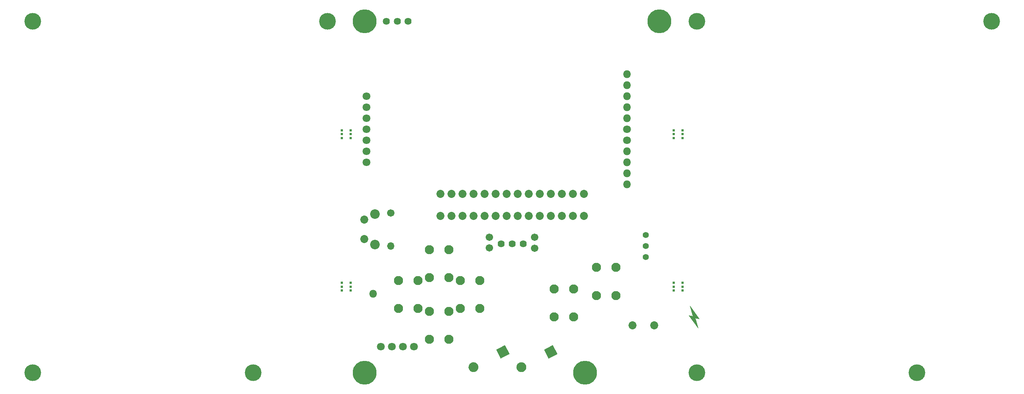
<source format=gbr>
G04 #@! TF.GenerationSoftware,KiCad,Pcbnew,(5.1.9-0-10_14)*
G04 #@! TF.CreationDate,2021-04-12T21:43:25-07:00*
G04 #@! TF.ProjectId,system,73797374-656d-42e6-9b69-6361645f7063,1.0-dev5*
G04 #@! TF.SameCoordinates,Original*
G04 #@! TF.FileFunction,Soldermask,Bot*
G04 #@! TF.FilePolarity,Negative*
%FSLAX46Y46*%
G04 Gerber Fmt 4.6, Leading zero omitted, Abs format (unit mm)*
G04 Created by KiCad (PCBNEW (5.1.9-0-10_14)) date 2021-04-12 21:43:25*
%MOMM*%
%LPD*%
G01*
G04 APERTURE LIST*
%ADD10C,0.100000*%
%ADD11O,1.801600X1.801600*%
%ADD12C,1.801600*%
%ADD13C,1.851600*%
%ADD14C,2.101600*%
%ADD15C,3.851600*%
%ADD16C,1.401600*%
%ADD17C,0.609600*%
%ADD18C,5.501599*%
%ADD19C,5.501600*%
%ADD20C,1.701600*%
%ADD21O,1.701600X1.701600*%
%ADD22C,1.625600*%
%ADD23C,2.201600*%
%ADD24C,1.621600*%
G04 APERTURE END LIST*
D10*
G36*
X182753000Y-138684000D02*
G01*
X181356000Y-138430000D01*
X180594000Y-135763000D01*
X182753000Y-138684000D01*
G37*
X182753000Y-138684000D02*
X181356000Y-138430000D01*
X180594000Y-135763000D01*
X182753000Y-138684000D01*
G36*
X181737000Y-138176000D02*
G01*
X182499000Y-140843000D01*
X180340000Y-137922000D01*
X181737000Y-138176000D01*
G37*
X181737000Y-138176000D02*
X182499000Y-140843000D01*
X180340000Y-137922000D01*
X181737000Y-138176000D01*
G36*
X182753000Y-138684000D02*
G01*
X181356000Y-138430000D01*
X180594000Y-135763000D01*
X182753000Y-138684000D01*
G37*
X182753000Y-138684000D02*
X181356000Y-138430000D01*
X180594000Y-135763000D01*
X182753000Y-138684000D01*
G36*
X181737000Y-138176000D02*
G01*
X182499000Y-140843000D01*
X180340000Y-137922000D01*
X181737000Y-138176000D01*
G37*
X181737000Y-138176000D02*
X182499000Y-140843000D01*
X180340000Y-137922000D01*
X181737000Y-138176000D01*
D11*
X107696000Y-132969000D03*
G36*
G01*
X142851749Y-149328620D02*
X142851749Y-149328620D01*
G75*
G02*
X142362357Y-150880772I-1020772J-531380D01*
G01*
X142362357Y-150880772D01*
G75*
G02*
X140810205Y-150391380I-531380J1020772D01*
G01*
X140810205Y-150391380D01*
G75*
G02*
X141299597Y-148839228I1020772J531380D01*
G01*
X141299597Y-148839228D01*
G75*
G02*
X142851749Y-149328620I531380J-1020772D01*
G01*
G37*
G36*
G01*
X149102848Y-144834384D02*
X150118695Y-146785807D01*
G75*
G02*
X150097092Y-146854324I-45060J-23457D01*
G01*
X148145669Y-147870171D01*
G75*
G02*
X148077152Y-147848568I-23457J45060D01*
G01*
X147061305Y-145897145D01*
G75*
G02*
X147082908Y-145828628I45060J23457D01*
G01*
X149034331Y-144812781D01*
G75*
G02*
X149102848Y-144834384I23457J-45060D01*
G01*
G37*
G36*
G01*
X131830772Y-149328620D02*
X131830772Y-149328620D01*
G75*
G02*
X131341380Y-150880772I-1020772J-531380D01*
G01*
X131341380Y-150880772D01*
G75*
G02*
X129789228Y-150391380I-531380J1020772D01*
G01*
X129789228Y-150391380D01*
G75*
G02*
X130278620Y-148839228I1020772J531380D01*
G01*
X130278620Y-148839228D01*
G75*
G02*
X131830772Y-149328620I531380J-1020772D01*
G01*
G37*
G36*
G01*
X138081871Y-144834384D02*
X139097718Y-146785807D01*
G75*
G02*
X139076115Y-146854324I-45060J-23457D01*
G01*
X137124692Y-147870171D01*
G75*
G02*
X137056175Y-147848568I-23457J45060D01*
G01*
X136040328Y-145897145D01*
G75*
G02*
X136061931Y-145828628I45060J23457D01*
G01*
X138013354Y-144812781D01*
G75*
G02*
X138081871Y-144834384I23457J-45060D01*
G01*
G37*
X166116000Y-84836000D03*
X166116000Y-100076000D03*
X166116000Y-107696000D03*
X166116000Y-102616000D03*
X166116000Y-105156000D03*
X166116000Y-82296000D03*
D12*
X166116000Y-97536000D03*
D11*
X166116000Y-87376000D03*
X166116000Y-89916000D03*
X166116000Y-92456000D03*
D12*
X166116000Y-94996000D03*
D13*
X156210000Y-109920000D03*
X153670000Y-109920000D03*
X151130000Y-109920000D03*
X148590000Y-109920000D03*
X146050000Y-109920000D03*
X143510000Y-109920000D03*
X140970000Y-109920000D03*
X138430000Y-109920000D03*
X135890000Y-109920000D03*
X133350000Y-109920000D03*
X130810000Y-109920000D03*
X128270000Y-109920000D03*
X125730000Y-109920000D03*
X123190000Y-109920000D03*
X123190000Y-115000000D03*
X125730000Y-115000000D03*
X128270000Y-115000000D03*
X130810000Y-115000000D03*
X133350000Y-115000000D03*
X135890000Y-115000000D03*
X156210000Y-115000000D03*
X153670000Y-115000000D03*
X151130000Y-115000000D03*
X148590000Y-115000000D03*
X146050000Y-115000000D03*
X143510000Y-115000000D03*
X138430000Y-115000000D03*
X140970000Y-115000000D03*
D12*
X106200000Y-102616000D03*
X106200000Y-100076000D03*
X106200000Y-97536000D03*
X106200000Y-94996000D03*
X106200000Y-92456000D03*
X106200000Y-89916000D03*
X106200000Y-87376000D03*
D14*
X153852000Y-138303000D03*
X149352000Y-138303000D03*
X153852000Y-131803000D03*
X149352000Y-131803000D03*
X163631000Y-133350000D03*
X159131000Y-133350000D03*
X163631000Y-126850000D03*
X159131000Y-126850000D03*
X125186000Y-129234000D03*
X120686000Y-129234000D03*
X125186000Y-122734000D03*
X120686000Y-122734000D03*
X120686000Y-136958000D03*
X125186000Y-136958000D03*
X120686000Y-143458000D03*
X125186000Y-143458000D03*
X118074000Y-136346000D03*
X113574000Y-136346000D03*
X118074000Y-129846000D03*
X113574000Y-129846000D03*
X127798000Y-129846000D03*
X132298000Y-129846000D03*
X127798000Y-136346000D03*
X132298000Y-136346000D03*
D15*
X249999500Y-70104000D03*
X232854500Y-151130000D03*
X182181500Y-70104000D03*
X182181500Y-151130000D03*
D16*
X170434000Y-121920000D03*
X170434000Y-124460000D03*
X170434000Y-119380000D03*
D15*
X97218500Y-70104000D03*
X80073500Y-151130000D03*
X29400500Y-70104000D03*
X29400500Y-151130000D03*
D17*
X178911000Y-131318000D03*
X178911000Y-130429000D03*
X178911000Y-132207000D03*
X176879000Y-130429000D03*
X176879000Y-131318000D03*
X176879000Y-132207000D03*
X176879000Y-97028000D03*
X176879000Y-96139000D03*
X176879000Y-95250000D03*
X178911000Y-97028000D03*
X178911000Y-95250000D03*
X178911000Y-96139000D03*
X100489000Y-96139000D03*
X100489000Y-97028000D03*
X100489000Y-95250000D03*
X102521000Y-97028000D03*
X102521000Y-96139000D03*
X102521000Y-95250000D03*
X102521000Y-130429000D03*
X102521000Y-131318000D03*
X102521000Y-132207000D03*
X100489000Y-130429000D03*
X100489000Y-132207000D03*
X100489000Y-131318000D03*
D18*
X105791000Y-151130000D03*
X105791000Y-70104000D03*
X156464000Y-151130000D03*
D19*
X173609000Y-70104000D03*
D13*
X172426000Y-140208000D03*
X167426000Y-140208000D03*
D20*
X134493000Y-119888000D03*
X134493000Y-122388000D03*
X144907000Y-119928000D03*
X144907000Y-122428000D03*
X111760000Y-114300000D03*
D21*
X111760000Y-121920000D03*
D22*
X110794800Y-70104000D03*
X113284000Y-70104000D03*
X115773200Y-70104000D03*
D23*
X108154000Y-121584000D03*
D13*
X105664000Y-120324000D03*
X105664000Y-115824000D03*
D23*
X108154000Y-114574000D03*
D12*
X114554000Y-145161000D03*
X112014000Y-145161000D03*
X117094000Y-145161000D03*
X109474000Y-145161000D03*
D24*
X137160000Y-121412000D03*
X142240000Y-121412000D03*
X139700000Y-121412000D03*
D10*
G36*
X138059490Y-144787636D02*
G01*
X138060189Y-144788400D01*
X138613427Y-145851161D01*
X139122950Y-146829945D01*
X139122099Y-146832642D01*
X137080554Y-147895403D01*
X137078556Y-147895316D01*
X137077857Y-147894552D01*
X136524619Y-146831791D01*
X136015096Y-145853007D01*
X136015119Y-145852934D01*
X136019568Y-145852934D01*
X136528167Y-146829945D01*
X137080481Y-147890931D01*
X139118478Y-146830018D01*
X138609879Y-145853007D01*
X138057565Y-144792021D01*
X136019568Y-145852934D01*
X136015119Y-145852934D01*
X136015947Y-145850310D01*
X138057492Y-144787549D01*
X138059490Y-144787636D01*
G37*
G36*
X149080467Y-144787636D02*
G01*
X149081166Y-144788400D01*
X149634404Y-145851161D01*
X150143927Y-146829945D01*
X150143076Y-146832642D01*
X148101531Y-147895403D01*
X148099533Y-147895316D01*
X148098834Y-147894552D01*
X147545596Y-146831791D01*
X147036073Y-145853007D01*
X147036096Y-145852934D01*
X147040545Y-145852934D01*
X147549144Y-146829945D01*
X148101458Y-147890931D01*
X150139455Y-146830018D01*
X149630856Y-145853007D01*
X149078542Y-144792021D01*
X147040545Y-145852934D01*
X147036096Y-145852934D01*
X147036924Y-145850310D01*
X149078469Y-144787549D01*
X149080467Y-144787636D01*
G37*
M02*

</source>
